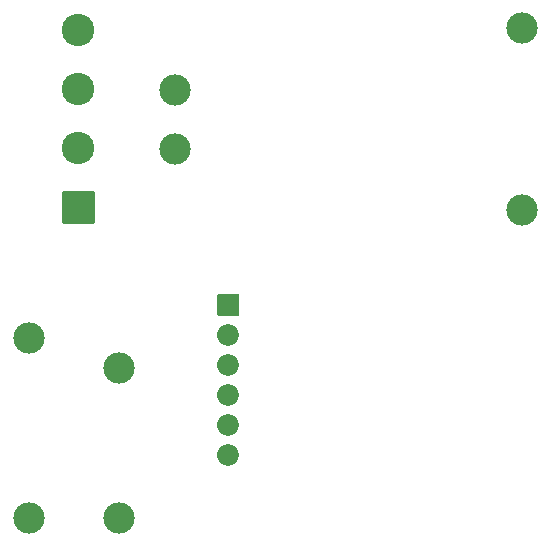
<source format=gbs>
G04 #@! TF.GenerationSoftware,KiCad,Pcbnew,5.1.9-73d0e3b20d~88~ubuntu20.04.1*
G04 #@! TF.CreationDate,2021-03-27T20:57:37+01:00*
G04 #@! TF.ProjectId,Ceiling lamp,4365696c-696e-4672-906c-616d702e6b69,rev?*
G04 #@! TF.SameCoordinates,Original*
G04 #@! TF.FileFunction,Soldermask,Bot*
G04 #@! TF.FilePolarity,Negative*
%FSLAX46Y46*%
G04 Gerber Fmt 4.6, Leading zero omitted, Abs format (unit mm)*
G04 Created by KiCad (PCBNEW 5.1.9-73d0e3b20d~88~ubuntu20.04.1) date 2021-03-27 20:57:37*
%MOMM*%
%LPD*%
G01*
G04 APERTURE LIST*
%ADD10C,2.650000*%
%ADD11O,1.850000X1.850000*%
%ADD12C,2.750000*%
G04 APERTURE END LIST*
D10*
X85358000Y-55572000D03*
X85358000Y-60572000D03*
X114758000Y-50372000D03*
X114758000Y-65772000D03*
X80615000Y-91865000D03*
X73015000Y-91865000D03*
X73015000Y-76625000D03*
X80615000Y-79165000D03*
G36*
G01*
X88991000Y-74637000D02*
X88991000Y-72937000D01*
G75*
G02*
X89066000Y-72862000I75000J0D01*
G01*
X90766000Y-72862000D01*
G75*
G02*
X90841000Y-72937000I0J-75000D01*
G01*
X90841000Y-74637000D01*
G75*
G02*
X90766000Y-74712000I-75000J0D01*
G01*
X89066000Y-74712000D01*
G75*
G02*
X88991000Y-74637000I0J75000D01*
G01*
G37*
D11*
X89916000Y-76327000D03*
X89916000Y-78867000D03*
X89916000Y-81407000D03*
X89916000Y-83947000D03*
X89916000Y-86487000D03*
G36*
G01*
X78516000Y-66907000D02*
X75916000Y-66907000D01*
G75*
G02*
X75841000Y-66832000I0J75000D01*
G01*
X75841000Y-64232000D01*
G75*
G02*
X75916000Y-64157000I75000J0D01*
G01*
X78516000Y-64157000D01*
G75*
G02*
X78591000Y-64232000I0J-75000D01*
G01*
X78591000Y-66832000D01*
G75*
G02*
X78516000Y-66907000I-75000J0D01*
G01*
G37*
D12*
X77216000Y-60532000D03*
X77216000Y-55532000D03*
X77216000Y-50532000D03*
M02*

</source>
